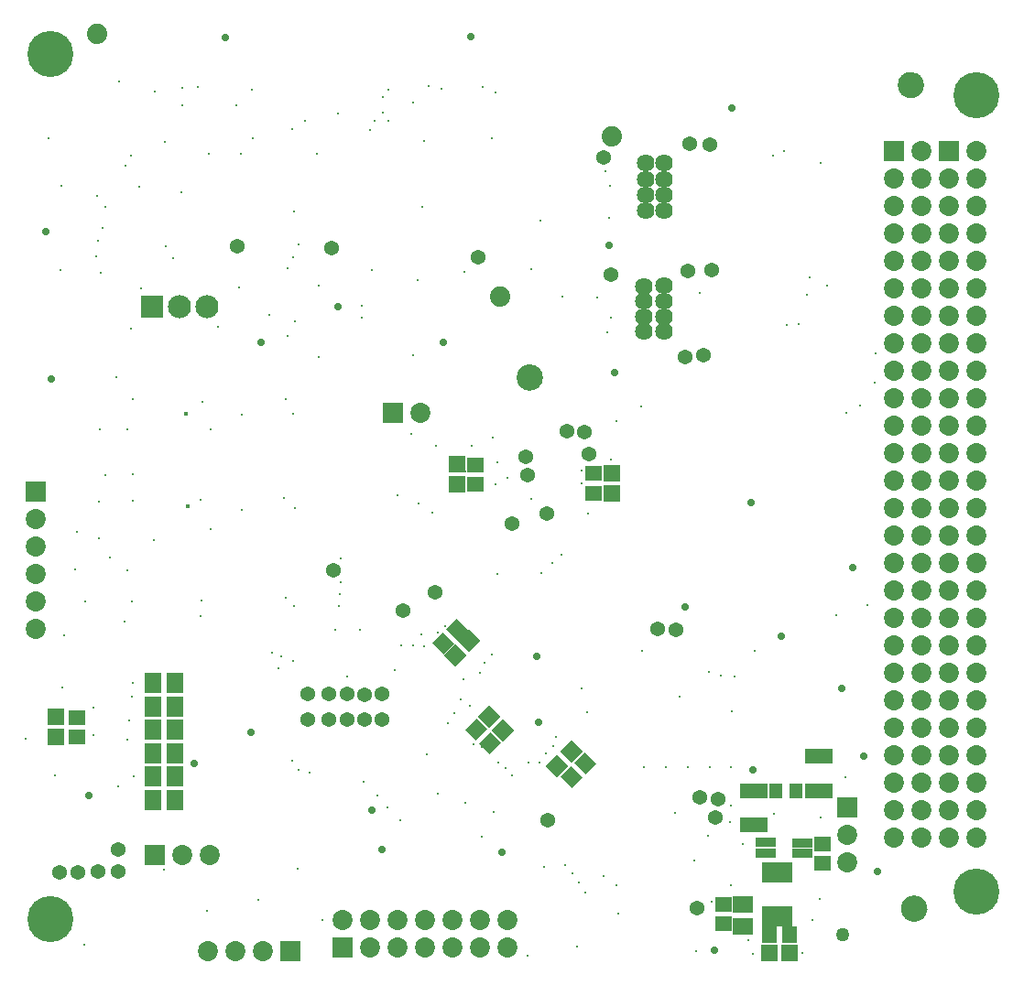
<source format=gbs>
%FSTAX23Y23*%
%MOIN*%
%SFA1B1*%

%IPPOS*%
%AMD105*
4,1,4,-0.041200,-0.002100,-0.002100,-0.041200,0.041200,0.002100,0.002100,0.041200,-0.041200,-0.002100,0.0*
%
%AMD137*
4,1,4,0.043300,0.000000,0.000000,0.043300,-0.043300,0.000000,0.000000,-0.043300,0.043300,0.000000,0.0*
%
%AMD138*
4,1,4,0.002100,-0.041200,0.041200,-0.002100,-0.002100,0.041200,-0.041200,0.002100,0.002100,-0.041200,0.0*
%
%AMD139*
4,1,4,0.000000,0.043300,-0.043300,0.000000,0.000000,-0.043300,0.043300,0.000000,0.000000,0.043300,0.0*
%
%ADD11C,0.010000*%
%ADD63C,0.050000*%
%ADD84C,0.046000*%
%ADD85R,0.061240X0.074000*%
%ADD86R,0.061240X0.055340*%
%ADD98R,0.055340X0.061240*%
%ADD99R,0.061240X0.061240*%
%ADD101R,0.074000X0.061240*%
%ADD102R,0.061240X0.061240*%
G04~CAMADD=105~9~0.0~0.0~553.4~612.4~0.0~0.0~0~0.0~0.0~0.0~0.0~0~0.0~0.0~0.0~0.0~0~0.0~0.0~0.0~135.0~824.0~823.0*
%ADD105D105*%
%ADD122C,0.054000*%
%ADD123C,0.074000*%
%ADD124C,0.167540*%
%ADD125C,0.073060*%
%ADD126R,0.073060X0.073060*%
%ADD127R,0.073060X0.073060*%
%ADD128C,0.084000*%
%ADD129R,0.084000X0.084000*%
%ADD130C,0.010000*%
%ADD131C,0.028000*%
%ADD132C,0.064000*%
%ADD133C,0.015000*%
%ADD134R,0.031720X0.073060*%
%ADD135R,0.045500X0.055340*%
%ADD136R,0.100610X0.057310*%
G04~CAMADD=137~10~0.0~612.4~0.0~0.0~0.0~0.0~0~0.0~0.0~0.0~0.0~0~0.0~0.0~0.0~0.0~0~0.0~0.0~0.0~315.0~612.4~0.0*
%ADD137D137*%
G04~CAMADD=138~9~0.0~0.0~553.4~612.4~0.0~0.0~0~0.0~0.0~0.0~0.0~0~0.0~0.0~0.0~0.0~0~0.0~0.0~0.0~225.0~824.0~823.0*
%ADD138D138*%
G04~CAMADD=139~10~0.0~612.4~0.0~0.0~0.0~0.0~0~0.0~0.0~0.0~0.0~0~0.0~0.0~0.0~0.0~0~0.0~0.0~0.0~405.0~612.4~0.0*
%ADD139D139*%
%ADD140R,0.073060X0.036440*%
%LNpcb_obdh-1*%
%LPD*%
G36*
X05915Y03486D02*
X05927Y03455D01*
X05915Y03424*
X05884Y03412*
X05852Y03424*
X05841Y03455*
X05852Y03484*
X05884Y03498*
X05915Y03486*
G37*
G36*
X04516Y0542D02*
X04528Y05389D01*
X04516Y05358*
X04485Y05346*
X04453Y05358*
X04442Y05389*
X04453Y05418*
X04485Y05432*
X04516Y0542*
G37*
G36*
X05903Y06485D02*
X05915Y06454D01*
X05903Y06423*
X05872Y06411*
X0584Y06423*
X05829Y06454*
X0584Y06483*
X05872Y06497*
X05903Y06485*
G37*
G54D11*
X05927Y03455D02*
D01*
D01*
G75*
G03X05841I-00043J0D01*
G74*G01*
D01*
G75*
G03X05927I00043J0D01*
G74*G01*
X04528Y05389D02*
D01*
D01*
G75*
G03X04442I-00043J0D01*
G74*G01*
D01*
G75*
G03X04528I00043J0D01*
G74*G01*
X05915Y06454D02*
D01*
D01*
G75*
G03X05829I-00043J0D01*
G74*G01*
D01*
G75*
G03X05915I00043J0D01*
G74*G01*
G54D63*
X05624Y03362D03*
G54D84*
X05884Y03455D03*
X04485Y05389D03*
X05872Y06454D03*
G54D85*
X03193Y04277D03*
X03113D03*
X03193Y04192D03*
X03113D03*
X03193Y04107D03*
X03113D03*
X03193Y03852D03*
X03113D03*
X03193Y03937D03*
X03113D03*
X03193Y04022D03*
X03113D03*
G54D86*
X0519Y03472D03*
Y03399D03*
X0555Y03691D03*
Y03619D03*
X02836Y04079D03*
Y04152D03*
X04718Y05041D03*
Y04968D03*
X04288Y04999D03*
Y05072D03*
G54D98*
X0543Y03359D03*
X05358D03*
G54D99*
X05357Y03294D03*
X0543D03*
G54D101*
X05262Y03471D03*
Y03391D03*
G54D102*
X02761Y04153D03*
Y0408D03*
X04222Y05075D03*
Y05002D03*
X04783Y04966D03*
Y0504D03*
G54D105*
X04289Y04108D03*
X04341Y04056D03*
G54D122*
X0455Y03777D03*
X05094Y03456D03*
X05117Y0547D03*
X0505Y05464D03*
X04753Y06192D03*
X02774Y03587D03*
X02842Y03587D03*
X02986Y03592D03*
X04548Y04894D03*
X02914Y0359D03*
X02987Y03671D03*
X03883Y04235D03*
X04477Y05035D03*
X04472Y05102D03*
X0516Y03786D03*
X05146Y0578D03*
X04298Y05828D03*
X03763Y05861D03*
X0514Y06237D03*
X04779Y05764D03*
X05062Y05777D03*
X03422Y05866D03*
X05066Y06239D03*
X03677Y04143D03*
X03754D03*
X03677Y04237D03*
X03755D03*
X03819Y04143D03*
X03883D03*
X03947D03*
X03819Y04237D03*
X03947D03*
X05172Y03855D03*
X05103Y03861D03*
X05018Y04471D03*
X04952Y04474D03*
X04025Y04542D03*
X0414Y04607D03*
X0442Y04857D03*
X0462Y05193D03*
X04685Y05192D03*
X04702Y05109D03*
X03772Y04688D03*
G54D123*
X04377Y05683D03*
X02911Y06642D03*
X04783Y06266D03*
G54D124*
X02739Y06568D03*
X06112Y06417D03*
X02739Y03417D03*
X06112Y03516D03*
G54D125*
X05639Y03623D03*
Y03723D03*
X04087Y05259D03*
X03322Y03651D03*
X03222D03*
X02688Y04875D03*
Y04775D03*
Y04675D03*
Y04575D03*
Y04475D03*
X06111Y03815D03*
X06011D03*
X06111Y03915D03*
X06011D03*
X06111Y04015D03*
X06011D03*
X06111Y04115D03*
X06011D03*
X06111Y04215D03*
X06011D03*
X06111Y04315D03*
X06011D03*
X06111Y04415D03*
X06011D03*
X06111Y04515D03*
X06011D03*
X06111Y04615D03*
X06011D03*
X06111Y04715D03*
X06011D03*
X06111Y04815D03*
X06011D03*
X06111Y04915D03*
X06011D03*
X06111Y05015D03*
X06011D03*
X06111Y05115D03*
X06011D03*
X06111Y05215D03*
X06011D03*
X06111Y05315D03*
X06011D03*
X06111Y05415D03*
X06011Y05414D03*
X06111Y05515D03*
X06011D03*
X06111Y05615D03*
X06011D03*
X06111Y05715D03*
X06011D03*
X06111Y05815D03*
X06011D03*
X06111Y05915D03*
X06011D03*
X06111Y06015D03*
X06011D03*
X06111Y06115D03*
X06011D03*
X06111Y06215D03*
X06011Y03715D03*
X06111D03*
X05911D03*
X05811D03*
X05911Y06215D03*
X05811Y06115D03*
X05911D03*
X05811Y06015D03*
X05911D03*
X05811Y05915D03*
X05911D03*
X05811Y05815D03*
X05911D03*
X05811Y05715D03*
X05911D03*
X05811Y05615D03*
X05911D03*
X05811Y05515D03*
X05911D03*
X05811Y05414D03*
X05911Y05415D03*
X05811Y05315D03*
X05911D03*
X05811Y05215D03*
X05911D03*
X05811Y05115D03*
X05911D03*
X05811Y05015D03*
X05911D03*
X05811Y04915D03*
X05911D03*
X05811Y04815D03*
X05911D03*
X05811Y04715D03*
X05911D03*
X05811Y04615D03*
X05911D03*
X05811Y04515D03*
X05911D03*
X05811Y04415D03*
X05911D03*
X05811Y04315D03*
X05911D03*
X05811Y04215D03*
X05911D03*
X05811Y04115D03*
X05911D03*
X05811Y04015D03*
X05911D03*
X05811Y03915D03*
X05911D03*
X05811Y03815D03*
X05911D03*
X03514Y03299D03*
X03414D03*
X03314D03*
X04405Y03415D03*
Y03315D03*
X04305Y03415D03*
Y03315D03*
X04205Y03415D03*
Y03315D03*
X04105Y03415D03*
Y03315D03*
X04005Y03415D03*
Y03315D03*
X03905Y03415D03*
Y03315D03*
X03805Y03415D03*
G54D126*
X05639Y03823D03*
X02688Y04975D03*
X06011Y06215D03*
X05811D03*
G54D127*
X03987Y05259D03*
X03122Y03651D03*
X03614Y03299D03*
X03805Y03315D03*
G54D128*
X03312Y05646D03*
X03212D03*
G54D129*
X03112Y05646D03*
G54D130*
X04754Y03575D03*
X04807Y03438D03*
X04658Y03318D03*
X04537Y03608D03*
X04614Y03615D03*
X05084Y0363D03*
X0293Y05935D03*
X02863Y03323D03*
X05296Y0329D03*
X05514Y03415D03*
X0554Y03491D03*
X05543Y03787D03*
X0526Y03691D03*
X05148Y0348D03*
X05213Y03772D03*
X05217Y03542D03*
X048Y03539D03*
X05478Y03294D03*
X046Y04744D03*
X03435Y06203D03*
X03786Y06352D03*
X03709Y06203D03*
X03316Y06205D03*
X03932Y03868D03*
X04079Y04931D03*
X04053Y05183D03*
X03729Y03415D03*
X04902Y0397D03*
X05218D03*
X0506D03*
X05139D03*
X04981D03*
X02988Y03902D03*
X03045Y03938D03*
X02757Y03942D03*
X03026Y04142D03*
X02896Y04086D03*
X03038Y04228D03*
X02785Y04262D03*
X03039Y04276D03*
X05014Y03805D03*
X04312Y04044D03*
X02789Y04452D03*
X04566Y04714D03*
X04368Y04675D03*
X04526Y04676D03*
X05714Y04561D03*
X03309Y03448D03*
X05217Y03831D03*
X05135Y03721D03*
X05279Y03342D03*
X05375Y038D03*
X05091Y033D03*
X04372Y03988D03*
X05029Y04227D03*
X0364Y03602D03*
X03822Y04299D03*
X0428Y04055D03*
X04151Y0446D03*
X04178Y04483D03*
X04348Y04381D03*
X04319Y04351D03*
X04673Y04257D03*
X03153Y03597D03*
X05422Y05581D03*
X05372Y06198D03*
X05412Y06213D03*
X04774Y0597D03*
X04524Y05961D03*
X04892Y05283D03*
X04604Y05683D03*
X04778Y06088D03*
X04762Y0614D03*
X04767Y05555D03*
X0478Y05608D03*
X04731Y05681D03*
X048Y05231D03*
X03288Y0452D03*
X04314Y06446D03*
X03187Y05823D03*
X03221Y06445D03*
X02992Y06467D03*
X03041Y0531D03*
X02866Y04575D03*
X03037Y04573D03*
X03497Y03487D03*
X0301Y04499D03*
X04359Y06426D03*
X03122Y06432D03*
X03473Y06437D03*
X03625Y05828D03*
X03644Y05873D03*
X03866Y04469D03*
X03793Y04602D03*
X03796Y04644D03*
X03796Y04732D03*
X03645Y03959D03*
X03622Y03995D03*
X03623Y04357D03*
X03581Y04375D03*
X0357Y04329D03*
X04396Y03966D03*
X04421Y03941D03*
X04694Y04171D03*
X05221Y04174D03*
X05103Y05697D03*
X05566Y05724D03*
X05545Y06172D03*
X05503Y05754D03*
X05495Y05691D03*
X05463Y05583D03*
X04304Y04314D03*
X04243Y0429D03*
X03993Y04323D03*
X04018Y04414D03*
X041Y04409D03*
X0406Y04414D03*
X04234Y04216D03*
X04266Y04194D03*
X04211Y04168D03*
X04309Y03716D03*
X0452Y03987D03*
X04481Y03986D03*
X04355Y03807D03*
X0464Y03585D03*
X04664Y0355D03*
X04688Y03514D03*
X0294Y05033D03*
X02917Y04938D03*
X02918Y04803D03*
X04091Y04453D03*
X03548Y04387D03*
X03776Y04472D03*
X03792Y04556D03*
X03159Y05868D03*
X02914Y05887D03*
X03685Y0395D03*
X0291Y06051D03*
X02924Y05772D03*
X02942Y06011D03*
X03293Y05302D03*
X03538Y05616D03*
X04351Y05171D03*
X04275Y05142D03*
X04144Y05141D03*
X0449Y04947D03*
X04003Y0496D03*
X0413Y04898D03*
X03718Y05724D03*
X02776Y0578D03*
X0307Y05715D03*
X03065Y06083D03*
X03015Y06159D03*
X03035Y06196D03*
X02733Y06259D03*
X03158Y06248D03*
X03216Y06063D03*
X03478Y06259D03*
X04346Y06261D03*
X03426Y05716D03*
X03603Y05786D03*
X03019Y04687D03*
X04187Y04129D03*
X05633Y03935D03*
X04544Y0402D03*
X04571Y04047D03*
X0458Y04079D03*
X04249Y0384D03*
X04149Y03875D03*
X04112Y04016D03*
X03966Y03824D03*
X04015Y03778D03*
X0388Y03916D03*
X0406Y05472D03*
X03716Y05464D03*
X04895Y04395D03*
X056Y04523D03*
X05232Y04302D03*
X05181Y04305D03*
X05138Y04317D03*
X05303Y04393D03*
X05744Y05478D03*
X0574Y05372D03*
X05688Y05287D03*
X05638Y05261D03*
X02908Y05831D03*
X03276Y06447D03*
X04117Y06452D03*
X04164Y06442D03*
X03288Y04943D03*
X03039Y05036D03*
Y04941D03*
X03289Y04578D03*
X0363Y05593D03*
X03603Y05542D03*
X03626Y04557D03*
X03596Y04588D03*
X03021Y0407D03*
X0359Y04952D03*
X03629Y04913D03*
X03437Y04908D03*
X03116Y04798D03*
X02982Y0539D03*
X03438Y05253D03*
X03597Y05311D03*
X03624Y05257D03*
X03323Y04837D03*
X03325Y05201D03*
X03352Y05574D03*
X03033Y05568D03*
X02956Y04735D03*
X02831Y04692D03*
X02836Y04828D03*
X0302Y05202D03*
X02919Y052D03*
X02898Y04187D03*
X04492Y05785D03*
X04246Y05775D03*
X04094Y06011D03*
X041Y06252D03*
X04059Y06391D03*
X0397Y06436D03*
X03952Y06409D03*
X03418Y06381D03*
X03222Y06379D03*
X03951Y06353D03*
X03969Y06325D03*
X03874Y05651D03*
X03874Y05608D03*
X03668Y06325D03*
X03619Y06294D03*
X04077Y05744D03*
X03922Y06325D03*
X03905Y06292D03*
X03911Y05781D03*
X03628Y05994D03*
X02779Y06087D03*
X04404Y05024D03*
X04367Y05082D03*
X04361Y04999D03*
X04696Y04894D03*
X04782Y05089D03*
X04674Y05051D03*
X04674Y05003D03*
X04249Y05046D03*
X04478Y03283D03*
X02651Y04075D03*
G54D131*
X05751Y03591D03*
X05156Y03305D03*
X04385Y03659D03*
X04774Y0587D03*
X05221Y06372D03*
X04793Y05408D03*
X04172Y05518D03*
X03376Y06627D03*
X0427Y06629D03*
X02724Y05922D03*
X02882Y03868D03*
X0347Y04097D03*
X03948Y03672D03*
X03909Y03815D03*
X04516Y04135D03*
X04509Y04375D03*
X05049Y04555D03*
X054Y04446D03*
X0529Y04934D03*
X05296Y03959D03*
X05622Y04257D03*
X02744Y05385D03*
X05659Y04698D03*
X03508Y05518D03*
X03265Y03984D03*
X03788Y05647D03*
X057Y04012D03*
G54D132*
X04902Y05557D03*
X04975Y06054D03*
Y05997D03*
X04908D03*
X04975Y06111D03*
Y06169D03*
X04908D03*
X04902Y05612D03*
X04973Y05612D03*
Y05557D03*
Y05668D03*
X04902Y05667D03*
X04973Y05724D03*
X04902Y05722D03*
X04908Y06111D03*
Y06054D03*
G54D133*
X03234Y05256D03*
X0324Y04922D03*
G54D134*
X05425Y03587D03*
X05399D03*
X05348D03*
X05374D03*
X05348Y03428D03*
X05374D03*
X05399D03*
X05425D03*
G54D135*
X05454Y03883D03*
X05382D03*
G54D136*
X05302Y03885D03*
Y03759D03*
X05537Y03883D03*
Y04009D03*
G54D137*
X04585Y03975D03*
X04636Y04027D03*
X04265Y04429D03*
X04213Y04377D03*
G54D138*
X04687Y03985D03*
X04636Y03933D03*
X0417Y04419D03*
X04221Y0447D03*
G54D139*
X04388Y04103D03*
X04336Y04155D03*
G54D140*
X05343Y03658D03*
Y03696D03*
X05478Y03657D03*
Y03695D03*
M02*
</source>
